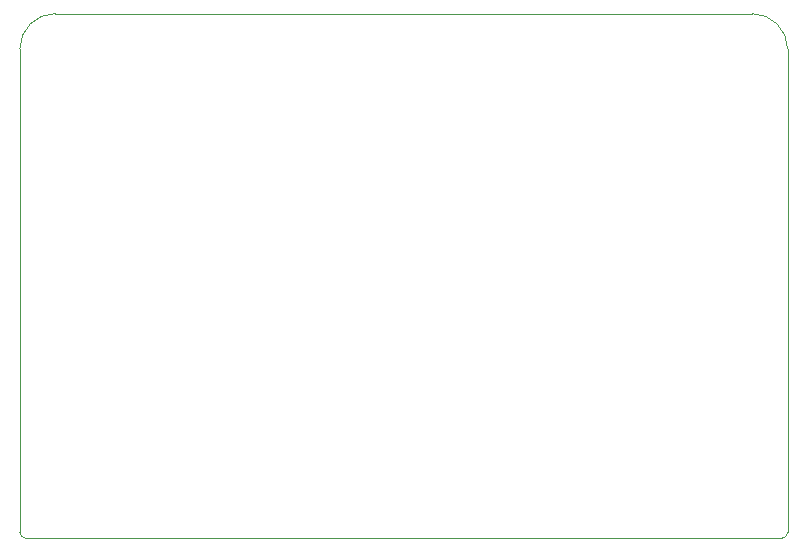
<source format=gm1>
G04 #@! TF.GenerationSoftware,KiCad,Pcbnew,8.99.0-1891-ge2bd76bdce*
G04 #@! TF.CreationDate,2024-07-24T15:45:45+03:00*
G04 #@! TF.ProjectId,rfid_rpi_hat,72666964-5f72-4706-995f-6861742e6b69,rev?*
G04 #@! TF.SameCoordinates,Original*
G04 #@! TF.FileFunction,Profile,NP*
%FSLAX46Y46*%
G04 Gerber Fmt 4.6, Leading zero omitted, Abs format (unit mm)*
G04 Created by KiCad (PCBNEW 8.99.0-1891-ge2bd76bdce) date 2024-07-24 15:45:45*
%MOMM*%
%LPD*%
G01*
G04 APERTURE LIST*
G04 #@! TA.AperFunction,Profile*
%ADD10C,0.100000*%
G04 #@! TD*
G04 APERTURE END LIST*
D10*
X168525000Y-148125000D02*
G75*
G02*
X168025000Y-147625000I0J500000D01*
G01*
X233025000Y-147625000D02*
X233025000Y-131625000D01*
X230025000Y-103700000D02*
X171025000Y-103700000D01*
X168025000Y-131625000D02*
X168025000Y-147625000D01*
X168025000Y-131625000D02*
X168025000Y-106700000D01*
X168025000Y-106700000D02*
G75*
G02*
X171025000Y-103700000I3000000J0D01*
G01*
X233025000Y-147625000D02*
G75*
G02*
X232525000Y-148125000I-500000J0D01*
G01*
X172525000Y-148125000D02*
X232525000Y-148125000D01*
X230025000Y-103700000D02*
G75*
G02*
X233025000Y-106700000I0J-3000000D01*
G01*
X233025000Y-106700000D02*
X233025000Y-131625000D01*
X168525000Y-148125000D02*
X172525000Y-148125000D01*
M02*

</source>
